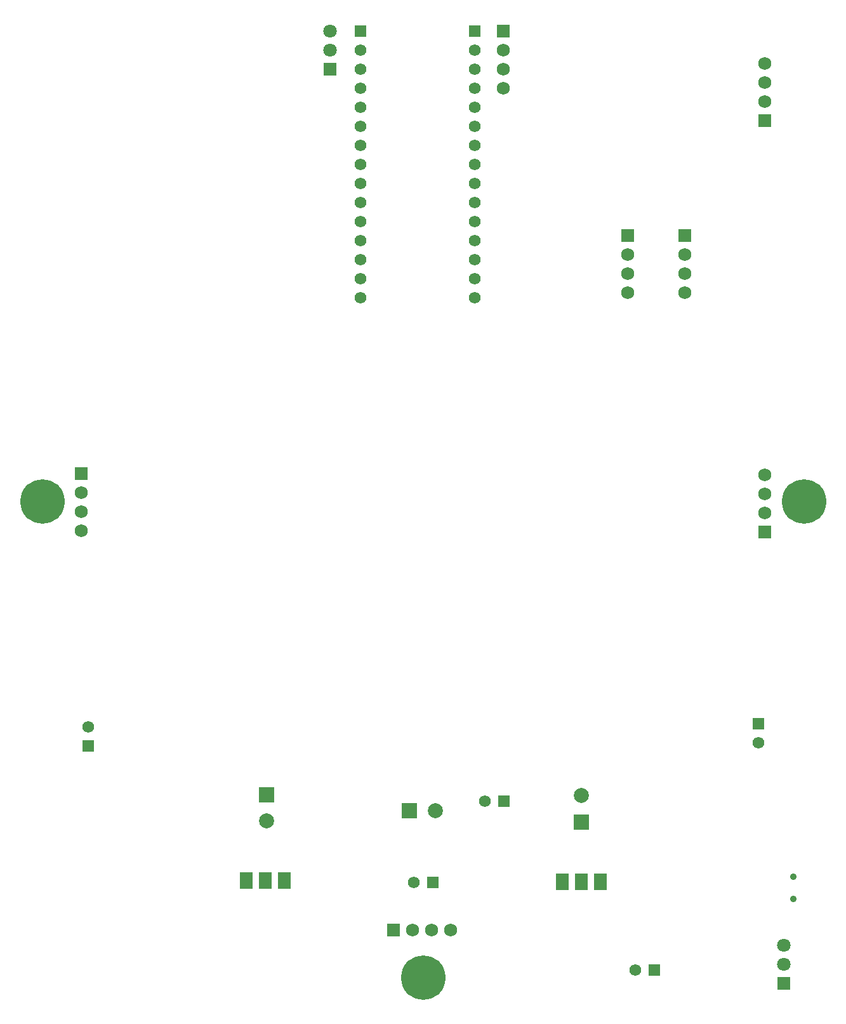
<source format=gbr>
G04*
G04 #@! TF.GenerationSoftware,Altium Limited,Altium Designer,22.4.2 (48)*
G04*
G04 Layer_Color=16711935*
%FSLAX24Y24*%
%MOIN*%
G70*
G04*
G04 #@! TF.SameCoordinates,94B06879-D93D-4629-8478-E99B9EA78D0E*
G04*
G04*
G04 #@! TF.FilePolarity,Negative*
G04*
G01*
G75*
%ADD49C,0.0618*%
%ADD50R,0.0618X0.0618*%
%ADD51C,0.0789*%
%ADD52R,0.0789X0.0789*%
%ADD53R,0.0618X0.0618*%
%ADD54C,0.0354*%
%ADD55R,0.0690X0.0690*%
%ADD56C,0.0690*%
%ADD57R,0.0690X0.0690*%
%ADD58C,0.2330*%
%ADD59R,0.0789X0.0789*%
%ADD60R,0.0701X0.0902*%
%ADD61R,0.0710X0.0710*%
%ADD62C,0.0710*%
D49*
X33250Y19250D02*
D03*
X26700Y45700D02*
D03*
Y46700D02*
D03*
Y47700D02*
D03*
Y48700D02*
D03*
Y49700D02*
D03*
Y50700D02*
D03*
Y51700D02*
D03*
Y52700D02*
D03*
Y53700D02*
D03*
Y54700D02*
D03*
Y55700D02*
D03*
Y56700D02*
D03*
Y57700D02*
D03*
Y58700D02*
D03*
X32700Y45700D02*
D03*
Y46700D02*
D03*
Y47700D02*
D03*
Y48700D02*
D03*
Y49700D02*
D03*
Y50700D02*
D03*
Y51700D02*
D03*
Y52700D02*
D03*
Y53700D02*
D03*
Y54700D02*
D03*
Y55700D02*
D03*
Y56700D02*
D03*
Y57700D02*
D03*
Y58700D02*
D03*
X29500Y15000D02*
D03*
X47595Y22330D02*
D03*
X41150Y10400D02*
D03*
X12400Y23150D02*
D03*
D50*
X34250Y19250D02*
D03*
X30500Y15000D02*
D03*
X42150Y10400D02*
D03*
D51*
X30650Y18750D02*
D03*
X38311Y19539D02*
D03*
X21789Y18211D02*
D03*
D52*
X29272Y18750D02*
D03*
D53*
X26700Y59700D02*
D03*
X32700D02*
D03*
X47595Y23330D02*
D03*
X12400Y22150D02*
D03*
D54*
X49450Y15300D02*
D03*
Y14119D02*
D03*
D55*
X47950Y55000D02*
D03*
X43750Y48950D02*
D03*
X40750D02*
D03*
X34200Y59700D02*
D03*
X12050Y36450D02*
D03*
X47950Y33400D02*
D03*
D56*
Y56000D02*
D03*
Y57000D02*
D03*
Y58000D02*
D03*
X29450Y12500D02*
D03*
X30450D02*
D03*
X31450D02*
D03*
X43750Y47950D02*
D03*
Y46950D02*
D03*
Y45950D02*
D03*
X40750Y47950D02*
D03*
Y46950D02*
D03*
Y45950D02*
D03*
X34200Y58700D02*
D03*
Y57700D02*
D03*
Y56700D02*
D03*
X12050Y35450D02*
D03*
Y34450D02*
D03*
Y33450D02*
D03*
X47950Y34400D02*
D03*
Y35400D02*
D03*
Y36400D02*
D03*
D57*
X28450Y12500D02*
D03*
D58*
X10000Y35000D02*
D03*
X50000D02*
D03*
X30000Y10000D02*
D03*
D59*
X38311Y18161D02*
D03*
X21789Y19589D02*
D03*
D60*
X20700Y15074D02*
D03*
X21700D02*
D03*
X22700D02*
D03*
X37300Y15024D02*
D03*
X38300D02*
D03*
X39300D02*
D03*
D61*
X48950Y9700D02*
D03*
X25100Y57700D02*
D03*
D62*
X48950Y10700D02*
D03*
Y11700D02*
D03*
X25100Y58700D02*
D03*
Y59700D02*
D03*
M02*

</source>
